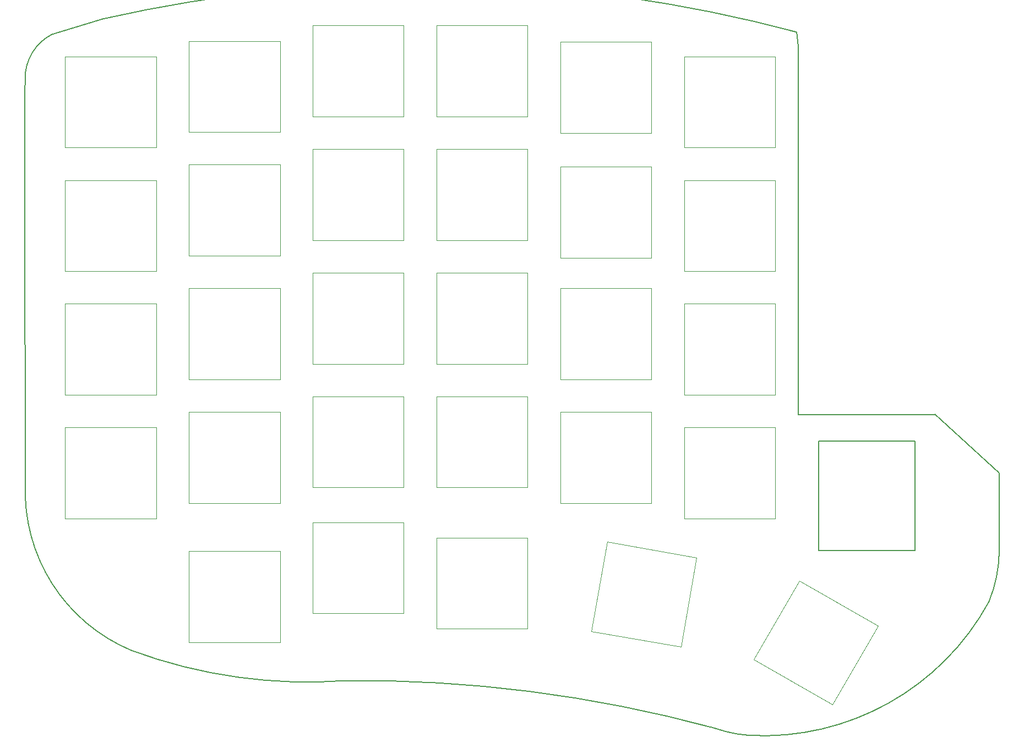
<source format=gbr>
G04 #@! TF.GenerationSoftware,KiCad,Pcbnew,5.1.5+dfsg1-2build2*
G04 #@! TF.CreationDate,2021-02-19T16:21:08+00:00*
G04 #@! TF.ProjectId,plate,706c6174-652e-46b6-9963-61645f706362,rev?*
G04 #@! TF.SameCoordinates,Original*
G04 #@! TF.FileFunction,Profile,NP*
%FSLAX46Y46*%
G04 Gerber Fmt 4.6, Leading zero omitted, Abs format (unit mm)*
G04 Created by KiCad (PCBNEW 5.1.5+dfsg1-2build2) date 2021-02-19 16:21:08*
%MOMM*%
%LPD*%
G04 APERTURE LIST*
%ADD10C,0.200000*%
%ADD11C,0.120000*%
G04 APERTURE END LIST*
D10*
X173863000Y-127889000D02*
X173863000Y-111074200D01*
X188722000Y-127889000D02*
X173863000Y-127889000D01*
X188722000Y-111074200D02*
X188722000Y-127889000D01*
X173863000Y-111074200D02*
X188722000Y-111074200D01*
X201672506Y-127760993D02*
X201676000Y-115976400D01*
X191795400Y-106959400D02*
X201676000Y-115976400D01*
X170789600Y-106984800D02*
X191820800Y-106984800D01*
X170764200Y-50317400D02*
X170789600Y-106984800D01*
X157324591Y-155128964D02*
X159565748Y-155792258D01*
X157324591Y-155128963D02*
G75*
G03X101269800Y-147955000I-54239879J-201228008D01*
G01*
X51895970Y-117576772D02*
G75*
G03X68227825Y-143322947I26548599J-1212205D01*
G01*
X159565748Y-155792258D02*
G75*
G03X163258027Y-156392223I5054084J19442203D01*
G01*
X200077682Y-135809680D02*
G75*
G03X201672506Y-127760993I-19938998J8133205D01*
G01*
X68227825Y-143322947D02*
G75*
G03X101269800Y-147955000I27116862J73267868D01*
G01*
X51843849Y-55400295D02*
X51841450Y-57348630D01*
X170509523Y-48121159D02*
G75*
G03X63930991Y-46063662I-57454457J-214728554D01*
G01*
X51840900Y-74679805D02*
X51841400Y-64770000D01*
X163258027Y-156392222D02*
G75*
G03X200077681Y-135809680I2085705J39493130D01*
G01*
X51840900Y-74679805D02*
X51895970Y-117576772D01*
X56080891Y-48407782D02*
G75*
G03X51843849Y-55400295I3427946J-6857081D01*
G01*
X170764200Y-50317400D02*
X170509523Y-48121159D01*
X63930991Y-46063662D02*
X56080891Y-48407781D01*
X51841400Y-64770000D02*
X51841450Y-57348630D01*
D11*
X72009000Y-51872600D02*
X58009000Y-51872600D01*
X72009000Y-65872600D02*
X72009000Y-51872600D01*
X58009000Y-65872600D02*
X72009000Y-65872600D01*
X58009000Y-51872600D02*
X58009000Y-65872600D01*
X170919822Y-132550822D02*
X163919822Y-144675178D01*
X183044178Y-139550822D02*
X170919822Y-132550822D01*
X176044178Y-151675178D02*
X183044178Y-139550822D01*
X163919822Y-144675178D02*
X176044178Y-151675178D01*
X155124192Y-128992883D02*
X141336883Y-126561808D01*
X152693117Y-142780192D02*
X155124192Y-128992883D01*
X138905808Y-140349117D02*
X152693117Y-142780192D01*
X141336883Y-126561808D02*
X138905808Y-140349117D01*
X129129000Y-125973000D02*
X115129000Y-125973000D01*
X129129000Y-139973000D02*
X129129000Y-125973000D01*
X115129000Y-139973000D02*
X129129000Y-139973000D01*
X115129000Y-125973000D02*
X115129000Y-139973000D01*
X110089000Y-123593000D02*
X96089000Y-123593000D01*
X110089000Y-137593000D02*
X110089000Y-123593000D01*
X96089000Y-137593000D02*
X110089000Y-137593000D01*
X96089000Y-123593000D02*
X96089000Y-137593000D01*
X91049000Y-128033000D02*
X77049000Y-128033000D01*
X91049000Y-142033000D02*
X91049000Y-128033000D01*
X77049000Y-142033000D02*
X91049000Y-142033000D01*
X77049000Y-128033000D02*
X77049000Y-142033000D01*
X167209000Y-108993000D02*
X153209000Y-108993000D01*
X167209000Y-122993000D02*
X167209000Y-108993000D01*
X153209000Y-122993000D02*
X167209000Y-122993000D01*
X153209000Y-108993000D02*
X153209000Y-122993000D01*
X148169000Y-106613000D02*
X134169000Y-106613000D01*
X148169000Y-120613000D02*
X148169000Y-106613000D01*
X134169000Y-120613000D02*
X148169000Y-120613000D01*
X134169000Y-106613000D02*
X134169000Y-120613000D01*
X129129000Y-104233000D02*
X115129000Y-104233000D01*
X129129000Y-118233000D02*
X129129000Y-104233000D01*
X115129000Y-118233000D02*
X129129000Y-118233000D01*
X115129000Y-104233000D02*
X115129000Y-118233000D01*
X110089000Y-104233000D02*
X96089000Y-104233000D01*
X110089000Y-118233000D02*
X110089000Y-104233000D01*
X96089000Y-118233000D02*
X110089000Y-118233000D01*
X96089000Y-104233000D02*
X96089000Y-118233000D01*
X91049000Y-106613000D02*
X77049000Y-106613000D01*
X91049000Y-120613000D02*
X91049000Y-106613000D01*
X77049000Y-120613000D02*
X91049000Y-120613000D01*
X77049000Y-106613000D02*
X77049000Y-120613000D01*
X72009000Y-108993000D02*
X58009000Y-108993000D01*
X72009000Y-122993000D02*
X72009000Y-108993000D01*
X58009000Y-122993000D02*
X72009000Y-122993000D01*
X58009000Y-108993000D02*
X58009000Y-122993000D01*
X167209000Y-89952600D02*
X153209000Y-89952600D01*
X167209000Y-103952600D02*
X167209000Y-89952600D01*
X153209000Y-103952600D02*
X167209000Y-103952600D01*
X153209000Y-89952600D02*
X153209000Y-103952600D01*
X148169000Y-87572600D02*
X134169000Y-87572600D01*
X148169000Y-101572600D02*
X148169000Y-87572600D01*
X134169000Y-101572600D02*
X148169000Y-101572600D01*
X134169000Y-87572600D02*
X134169000Y-101572600D01*
X129129000Y-85192600D02*
X115129000Y-85192600D01*
X129129000Y-99192600D02*
X129129000Y-85192600D01*
X115129000Y-99192600D02*
X129129000Y-99192600D01*
X115129000Y-85192600D02*
X115129000Y-99192600D01*
X110089000Y-85192600D02*
X96089000Y-85192600D01*
X110089000Y-99192600D02*
X110089000Y-85192600D01*
X96089000Y-99192600D02*
X110089000Y-99192600D01*
X96089000Y-85192600D02*
X96089000Y-99192600D01*
X91049000Y-87572600D02*
X77049000Y-87572600D01*
X91049000Y-101572600D02*
X91049000Y-87572600D01*
X77049000Y-101572600D02*
X91049000Y-101572600D01*
X77049000Y-87572600D02*
X77049000Y-101572600D01*
X72009000Y-89952600D02*
X58009000Y-89952600D01*
X72009000Y-103952600D02*
X72009000Y-89952600D01*
X58009000Y-103952600D02*
X72009000Y-103952600D01*
X58009000Y-89952600D02*
X58009000Y-103952600D01*
X167209000Y-70912600D02*
X153209000Y-70912600D01*
X167209000Y-84912600D02*
X167209000Y-70912600D01*
X153209000Y-84912600D02*
X167209000Y-84912600D01*
X153209000Y-70912600D02*
X153209000Y-84912600D01*
X148169000Y-68852600D02*
X134169000Y-68852600D01*
X148169000Y-82852600D02*
X148169000Y-68852600D01*
X134169000Y-82852600D02*
X148169000Y-82852600D01*
X134169000Y-68852600D02*
X134169000Y-82852600D01*
X129129000Y-66152600D02*
X115129000Y-66152600D01*
X129129000Y-80152600D02*
X129129000Y-66152600D01*
X115129000Y-80152600D02*
X129129000Y-80152600D01*
X115129000Y-66152600D02*
X115129000Y-80152600D01*
X110089000Y-66152600D02*
X96089000Y-66152600D01*
X110089000Y-80152600D02*
X110089000Y-66152600D01*
X96089000Y-80152600D02*
X110089000Y-80152600D01*
X96089000Y-66152600D02*
X96089000Y-80152600D01*
X91049000Y-68532600D02*
X77049000Y-68532600D01*
X91049000Y-82532600D02*
X91049000Y-68532600D01*
X77049000Y-82532600D02*
X91049000Y-82532600D01*
X77049000Y-68532600D02*
X77049000Y-82532600D01*
X72009000Y-70912600D02*
X58009000Y-70912600D01*
X72009000Y-84912600D02*
X72009000Y-70912600D01*
X58009000Y-84912600D02*
X72009000Y-84912600D01*
X58009000Y-70912600D02*
X58009000Y-84912600D01*
X167209000Y-51872600D02*
X153209000Y-51872600D01*
X167209000Y-65872600D02*
X167209000Y-51872600D01*
X153209000Y-65872600D02*
X167209000Y-65872600D01*
X153209000Y-51872600D02*
X153209000Y-65872600D01*
X148169000Y-49652600D02*
X134169000Y-49652600D01*
X148169000Y-63652600D02*
X148169000Y-49652600D01*
X134169000Y-63652600D02*
X148169000Y-63652600D01*
X134169000Y-49652600D02*
X134169000Y-63652600D01*
X129129000Y-47112600D02*
X115129000Y-47112600D01*
X129129000Y-61112600D02*
X129129000Y-47112600D01*
X115129000Y-61112600D02*
X129129000Y-61112600D01*
X115129000Y-47112600D02*
X115129000Y-61112600D01*
X110089000Y-47112600D02*
X96089000Y-47112600D01*
X110089000Y-61112600D02*
X110089000Y-47112600D01*
X96089000Y-61112600D02*
X110089000Y-61112600D01*
X96089000Y-47112600D02*
X96089000Y-61112600D01*
X91049000Y-49492600D02*
X77049000Y-49492600D01*
X91049000Y-63492600D02*
X91049000Y-49492600D01*
X77049000Y-63492600D02*
X91049000Y-63492600D01*
X77049000Y-49492600D02*
X77049000Y-63492600D01*
M02*

</source>
